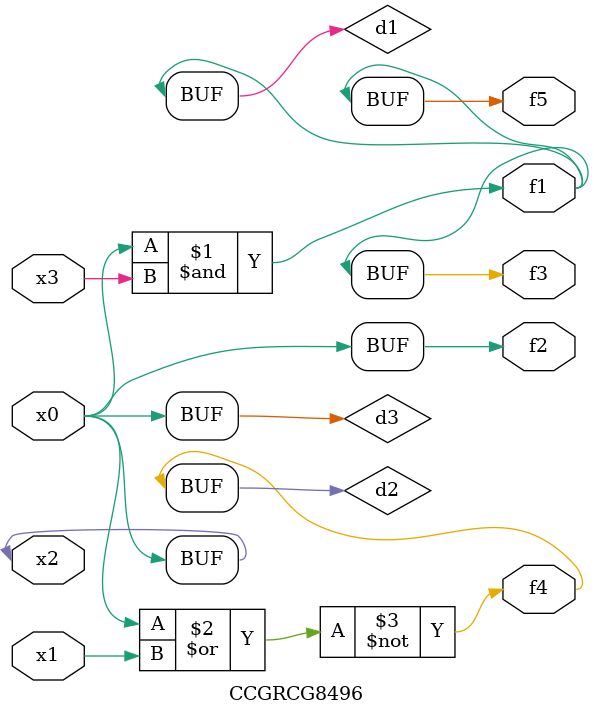
<source format=v>
module CCGRCG8496(
	input x0, x1, x2, x3,
	output f1, f2, f3, f4, f5
);

	wire d1, d2, d3;

	and (d1, x2, x3);
	nor (d2, x0, x1);
	buf (d3, x0, x2);
	assign f1 = d1;
	assign f2 = d3;
	assign f3 = d1;
	assign f4 = d2;
	assign f5 = d1;
endmodule

</source>
